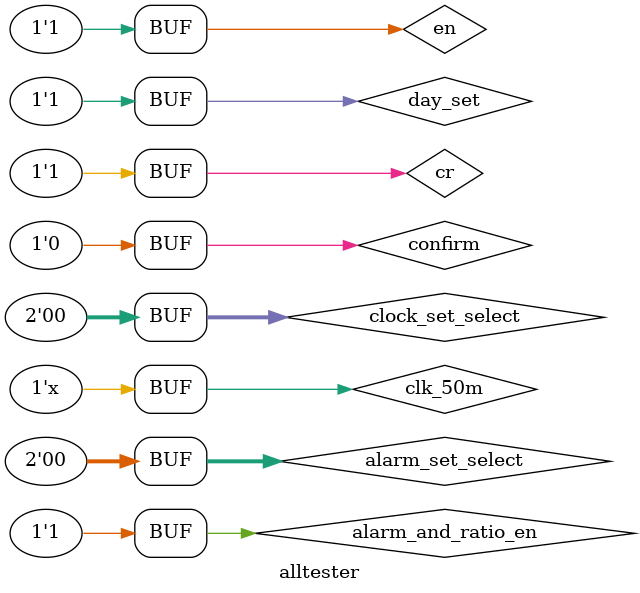
<source format=v>
`timescale 1ns / 1ps


module alltester;

	// Inputs
	reg clk_50m;
	reg cr;
	reg en;
	reg [1:0] clock_set_select;
	reg [1:0] alarm_set_select;
	reg alarm_and_ratio_en;
	reg confirm;
	reg day_set;

	// Outputs
	wire alarm;
	wire is_pm;
	wire [6:0] seg;
	wire [7:0] pos;
	wire [7:0] output_second;

	// Instantiate the Unit Under Test (UUT)
	CloclSystem uut (
		.clk_50m(clk_50m), 
		.cr(cr), 
		.en(en), 
		.clock_set_select(clock_set_select), 
		.alarm_set_select(alarm_set_select), 
		.alarm_and_ratio_en(alarm_and_ratio_en), 
		.confirm(confirm), 
		.day_set(day_set), 
		.alarm(alarm), 
		.is_pm(is_pm), 
		.seg(seg), 
		.pos(pos), 
		.output_second(output_second)
	);

	initial begin
		// Initialize Inputs
		clk_50m = 0;
		cr = 1;
		en = 1;
		clock_set_select = 0;
		alarm_set_select = 0;
		alarm_and_ratio_en = 0;
		confirm = 0;
		day_set = 1;

		// Wait 100 ns for global reset to finish
		#1;
		cr=0;
		#1;
		cr=1;
		#100
		clock_set_select=2'b10;
		confirm=1;
		alarm_and_ratio_en=1;
		#3000
		clock_set_select=2'b11;
		#3000
		clock_set_select=2'b00;
		confirm=0;        
		// Add stimulus here

	end
      always clk_50m=#1~clk_50m;
endmodule


</source>
